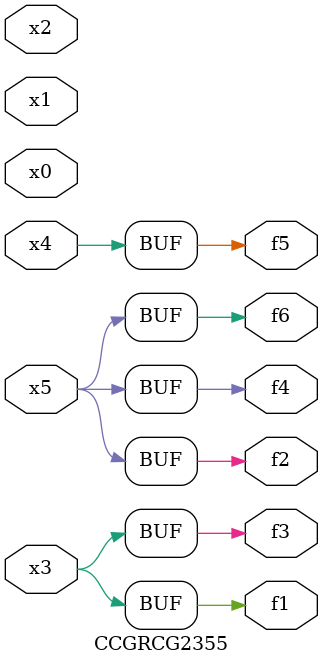
<source format=v>
module CCGRCG2355(
	input x0, x1, x2, x3, x4, x5,
	output f1, f2, f3, f4, f5, f6
);
	assign f1 = x3;
	assign f2 = x5;
	assign f3 = x3;
	assign f4 = x5;
	assign f5 = x4;
	assign f6 = x5;
endmodule

</source>
